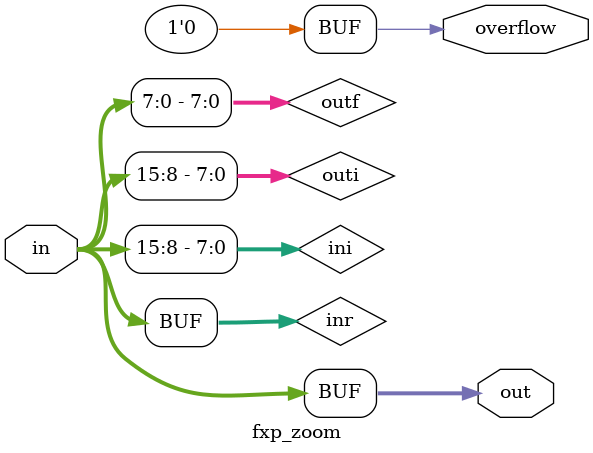
<source format=v>
module fxp_zoom #(
    parameter WII  = 8,
    parameter WIF  = 8,
    parameter WOI  = 8,
    parameter WOF  = 8,
    parameter ROUND= 1
)(
    input  wire [WII+WIF-1:0] in,
    output wire [WOI+WOF-1:0] out,
    output reg                overflow
);

initial overflow = 1'b0;

reg [WII+WOF-1:0] inr = 0;
reg [WII-1:0] ini = 0;
reg [WOI-1:0] outi = 0;
reg [WOF-1:0] outf = 0;

generate if(WOF<WIF) begin
    if(ROUND==0) begin
        always @ (*) inr = in[WII+WIF-1:WIF-WOF];
    end else if(WII+WOF>=2) begin
        always @ (*) begin
            inr = in[WII+WIF-1:WIF-WOF];
            if(in[WIF-WOF-1] & ~(~inr[WII+WOF-1] & (&inr[WII+WOF-2:0]))) inr=inr+1;
        end
    end else begin
        always @ (*) begin
            inr = in[WII+WIF-1:WIF-WOF];
            if(in[WIF-WOF-1] & inr[WII+WOF-1]) inr=inr+1;
        end
    end
end else if(WOF==WIF) begin
    always @ (*) inr[WII+WOF-1:WOF-WIF] = in;
end else begin
    always @ (*) begin
        inr[WII+WOF-1:WOF-WIF] = in;
        inr[WOF-WIF-1:0] = 0;
    end
end endgenerate


generate if(WOI<WII) begin
    always @ (*) begin
        {ini, outf} = inr;
        if         ( ~ini[WII-1] & |ini[WII-2:WOI-1] ) begin
            overflow = 1'b1;
            outi = {WOI{1'b1}};
            outi[WOI-1] = 1'b0;
            outf = {WOF{1'b1}};
        end else if(  ini[WII-1] & ~(&ini[WII-2:WOI-1]) ) begin
            overflow = 1'b1;
            outi = 0;
            outi[WOI-1] = 1'b1;
            outf = 0;
        end else begin
            overflow = 1'b0;
            outi = ini[WOI-1:0];
        end
    end
end else begin
    always @ (*) begin
        {ini, outf} = inr;
        overflow = 1'b0;
        outi = ini[WII-1] ? {WOI{1'b1}} : 0;
        outi[WII-1:0] = ini;
    end
end endgenerate

assign out = {outi, outf};

endmodule


</source>
